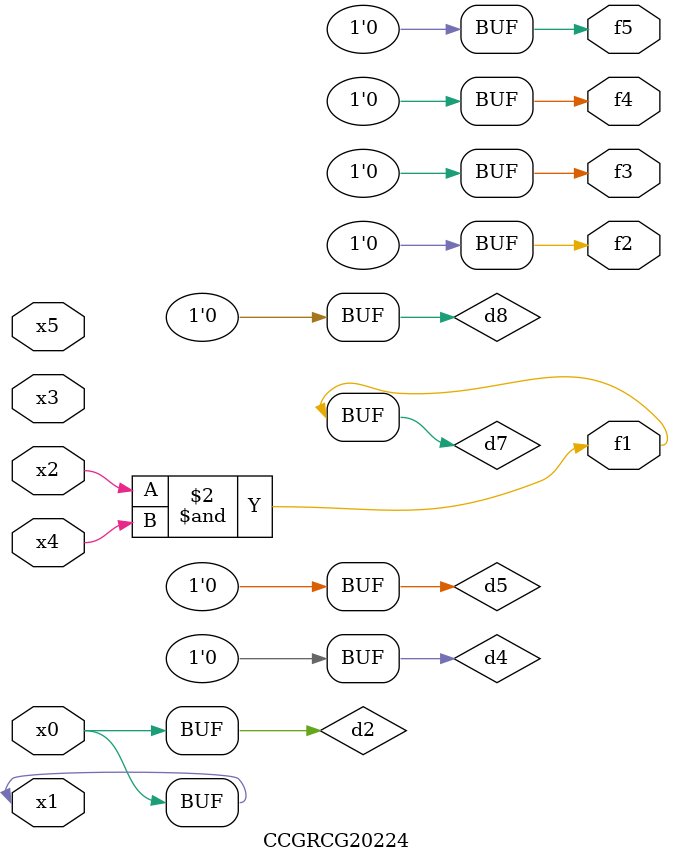
<source format=v>
module CCGRCG20224(
	input x0, x1, x2, x3, x4, x5,
	output f1, f2, f3, f4, f5
);

	wire d1, d2, d3, d4, d5, d6, d7, d8, d9;

	nand (d1, x1);
	buf (d2, x0, x1);
	nand (d3, x2, x4);
	and (d4, d1, d2);
	and (d5, d1, d2);
	nand (d6, d1, d3);
	not (d7, d3);
	xor (d8, d5);
	nor (d9, d5, d6);
	assign f1 = d7;
	assign f2 = d8;
	assign f3 = d8;
	assign f4 = d8;
	assign f5 = d8;
endmodule

</source>
